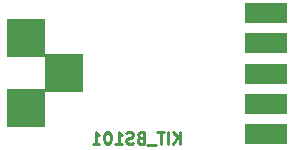
<source format=gbr>
G04 #@! TF.GenerationSoftware,KiCad,Pcbnew,(5.1.2)-1*
G04 #@! TF.CreationDate,2019-07-12T15:40:09+02:00*
G04 #@! TF.ProjectId,soldering_burning,736f6c64-6572-4696-9e67-5f6275726e69,101A*
G04 #@! TF.SameCoordinates,Original*
G04 #@! TF.FileFunction,Soldermask,Bot*
G04 #@! TF.FilePolarity,Negative*
%FSLAX46Y46*%
G04 Gerber Fmt 4.6, Leading zero omitted, Abs format (unit mm)*
G04 Created by KiCad (PCBNEW (5.1.2)-1) date 2019-07-12 15:40:09*
%MOMM*%
%LPD*%
G04 APERTURE LIST*
%ADD10C,0.250000*%
%ADD11R,3.240000X3.240000*%
%ADD12R,3.540000X1.740000*%
G04 APERTURE END LIST*
D10*
X115616666Y-99952380D02*
X115616666Y-98952380D01*
X115045238Y-99952380D02*
X115473809Y-99380952D01*
X115045238Y-98952380D02*
X115616666Y-99523809D01*
X114616666Y-99952380D02*
X114616666Y-98952380D01*
X114283333Y-98952380D02*
X113711904Y-98952380D01*
X113997619Y-99952380D02*
X113997619Y-98952380D01*
X113616666Y-100047619D02*
X112854761Y-100047619D01*
X112283333Y-99428571D02*
X112140476Y-99476190D01*
X112092857Y-99523809D01*
X112045238Y-99619047D01*
X112045238Y-99761904D01*
X112092857Y-99857142D01*
X112140476Y-99904761D01*
X112235714Y-99952380D01*
X112616666Y-99952380D01*
X112616666Y-98952380D01*
X112283333Y-98952380D01*
X112188095Y-99000000D01*
X112140476Y-99047619D01*
X112092857Y-99142857D01*
X112092857Y-99238095D01*
X112140476Y-99333333D01*
X112188095Y-99380952D01*
X112283333Y-99428571D01*
X112616666Y-99428571D01*
X111664285Y-99904761D02*
X111521428Y-99952380D01*
X111283333Y-99952380D01*
X111188095Y-99904761D01*
X111140476Y-99857142D01*
X111092857Y-99761904D01*
X111092857Y-99666666D01*
X111140476Y-99571428D01*
X111188095Y-99523809D01*
X111283333Y-99476190D01*
X111473809Y-99428571D01*
X111569047Y-99380952D01*
X111616666Y-99333333D01*
X111664285Y-99238095D01*
X111664285Y-99142857D01*
X111616666Y-99047619D01*
X111569047Y-99000000D01*
X111473809Y-98952380D01*
X111235714Y-98952380D01*
X111092857Y-99000000D01*
X110140476Y-99952380D02*
X110711904Y-99952380D01*
X110426190Y-99952380D02*
X110426190Y-98952380D01*
X110521428Y-99095238D01*
X110616666Y-99190476D01*
X110711904Y-99238095D01*
X109521428Y-98952380D02*
X109426190Y-98952380D01*
X109330952Y-99000000D01*
X109283333Y-99047619D01*
X109235714Y-99142857D01*
X109188095Y-99333333D01*
X109188095Y-99571428D01*
X109235714Y-99761904D01*
X109283333Y-99857142D01*
X109330952Y-99904761D01*
X109426190Y-99952380D01*
X109521428Y-99952380D01*
X109616666Y-99904761D01*
X109664285Y-99857142D01*
X109711904Y-99761904D01*
X109759523Y-99571428D01*
X109759523Y-99333333D01*
X109711904Y-99142857D01*
X109664285Y-99047619D01*
X109616666Y-99000000D01*
X109521428Y-98952380D01*
X108235714Y-99952380D02*
X108807142Y-99952380D01*
X108521428Y-99952380D02*
X108521428Y-98952380D01*
X108616666Y-99095238D01*
X108711904Y-99190476D01*
X108807142Y-99238095D01*
D11*
X105800000Y-93950000D03*
X102600000Y-96950000D03*
X102600000Y-91000000D03*
D12*
X122900000Y-99100000D03*
X122900000Y-96550000D03*
X122900000Y-94000000D03*
X122900000Y-91450000D03*
X122900000Y-88900000D03*
M02*

</source>
